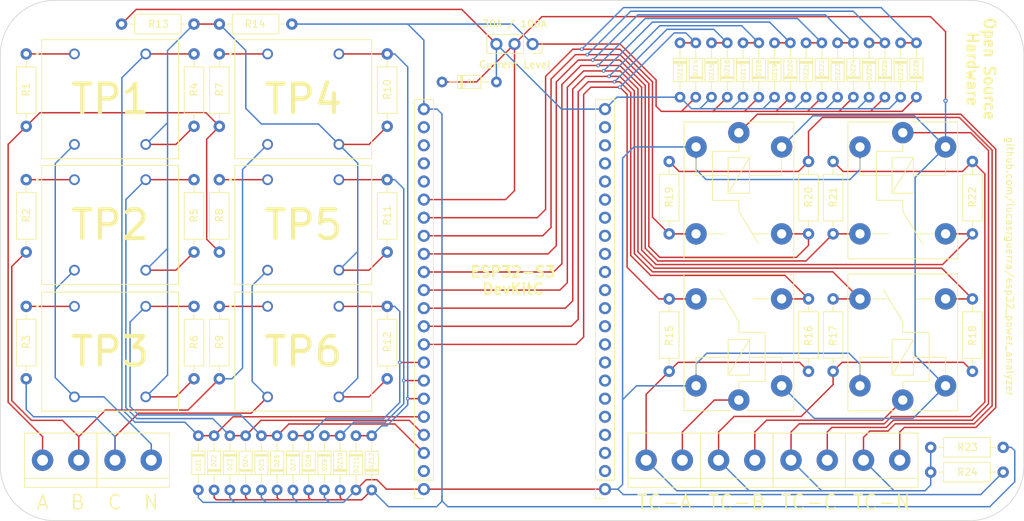
<source format=kicad_pcb>
(kicad_pcb (version 20221018) (generator pcbnew)
  (layers (0 "F.Cu" signal) (31 "B.Cu" signal) (34 "B.Paste" user) (35 "F.Paste" user) (36 "B.SilkS" user "B.Silkscreen") (37 "F.SilkS" user "F.Silkscreen") (38 "B.Mask" user) (39 "F.Mask" user) (44 "Edge.Cuts" user))
  (net 0 "")
  (net 1 "Line_AC_Wave")
  (net 2 "GND")
  (net 3 "VCC")
  (net 4 "Line_BC_Wave")
  (net 5 "Line_AB_Wave")
  (net 6 "Line_C_Wave")
  (net 7 "Line_B_Wave")
  (net 8 "Line_A_Wave")
  (net 9 "Current_A_30A")
  (net 10 "Current_A_100A")
  (net 11 "Current_B_30A")
  (net 12 "Current_B_100A")
  (net 13 "Current_N_300A")
  (net 14 "Current_N_90A")
  (net 15 "Current_C_30A")
  (net 16 "Current_C_100A")
  (net 17 "Line_B")
  (net 18 "Line_A")
  (net 19 "Neutral")
  (net 20 "Line_C")
  (net 21 "Current_A")
  (net 22 "V_Ref_Current")
  (net 23 "Current_B")
  (net 24 "Current_C")
  (net 25 "Current_N")
  (net 26 "Select_Current")
  (net 27 "Line_A_Load")
  (net 28 "Line_B_Load")
  (net 29 "Line_C_Load")
  (net 30 "Line_AB_Load")
  (net 31 "Line_BC_Load")
  (net 32 "Line_AC_Load")
  (net 33 "V_Ref_Voltage")
  (footprint "Resistor_THT:R_Axial_DIN0207_L6.3mm_D2.5mm_P10.16mm_Horizontal" (layer "F.Cu") (at 138.232 81.272 -90)
    (fp_text reference "R15")
    (fp_text value "R_Axial_DIN0207_L6.3mm_D2.5mm_P10.16mm_Horizontal" hide)
  )
  (footprint "Diode_THT:D_DO-34_SOD68_P7.62mm_Horizontal" (layer "F.Cu") (at 85.471001 100.472401 -90)
    (fp_text reference "DZ7")
    (fp_text value "3.3v" hide)
  )
  (footprint "Diode_THT:D_DO-34_SOD68_P7.62mm_Horizontal" (layer "F.Cu") (at 148.59 45.334 -90)
    (fp_text reference "DZ17")
    (fp_text value "3.3v" hide)
  )
  (footprint "Diode_THT:D_DO-34_SOD68_P7.62mm_Horizontal" (layer "F.Cu") (at 81.051401 100.472401 -90)
    (fp_text reference "DZ5")
    (fp_text value "3.3v" hide)
  )
  (footprint "Resistor_THT:R_Axial_DIN0207_L6.3mm_D2.5mm_P10.16mm_Horizontal" (layer "F.Cu") (at 174.9044 102.108)
    (fp_text reference "R23")
    (fp_text value "R_Axial_DIN0207_L6.3mm_D2.5mm_P10.16mm_Horizontal" hide)
  )
  (footprint "Diode_THT:D_DO-34_SOD68_P7.62mm_Horizontal" (layer "F.Cu") (at 72.212201 100.472401 -90)
    (fp_text reference "DZ1")
    (fp_text value "3.3v" hide)
  )
  (footprint "TerminalBlock:TerminalBlock_bornier-2_P5.08mm" (layer "F.Cu") (at 50.3682 103.9114)
    (fp_text reference "ST1" hide)
    (fp_text value "WJ127-5.0-2P" hide)
  )
  (footprint "Resistor_THT:R_Axial_DIN0207_L6.3mm_D2.5mm_P10.16mm_Horizontal" (layer "F.Cu") (at 161.219 72.144 90)
    (fp_text reference "R21")
    (fp_text value "R_Axial_DIN0207_L6.3mm_D2.5mm_P10.16mm_Horizontal" hide)
  )
  (footprint "Resistor_THT:R_Axial_DIN0207_L6.3mm_D2.5mm_P10.16mm_Horizontal" (layer "F.Cu") (at 161.219 81.272 -90)
    (fp_text reference "R17")
    (fp_text value "R_Axial_DIN0207_L6.3mm_D2.5mm_P10.16mm_Horizontal" hide)
  )
  (footprint "Diode_THT:D_DO-34_SOD68_P7.62mm_Horizontal" (layer "F.Cu") (at 157.4292 45.334 -90)
    (fp_text reference "DZ21")
    (fp_text value "3.3v" hide)
  )
  (footprint "Diode_THT:D_DO-34_SOD68_P7.62mm_Horizontal" (layer "F.Cu") (at 150.7998 52.954 90)
    (fp_text reference "DZ18")
    (fp_text value "3.3v" hide)
  )
  (footprint "SnapEDA Library:XFMR_ZMPT101B" (layer "F.Cu") (at 86.923401 53.238401)
    (fp_text reference "TP4")
    (fp_text value "ZMPT101B" hide)
  )
  (footprint "Diode_THT:D_DO-34_SOD68_P7.62mm_Horizontal" (layer "F.Cu") (at 106.385 50.8254)
    (fp_text reference "D1")
    (fp_text value "1N4007" hide)
  )
  (footprint "Diode_THT:D_DO-34_SOD68_P7.62mm_Horizontal" (layer "F.Cu") (at 92.100401 108.092401 90)
    (fp_text reference "DZ10")
    (fp_text value "3.3v" hide)
  )
  (footprint "Diode_THT:D_DO-34_SOD68_P7.62mm_Horizontal" (layer "F.Cu") (at 146.3802 52.954 90)
    (fp_text reference "DZ16")
    (fp_text value "3.3v" hide)
  )
  (footprint "Relay_THT:Relay_SPDT_Finder_36.11" (layer "F.Cu") (at 148.0002 95.472 90)
    (fp_text reference "K1" hide)
    (fp_text value "FINDER-36.11" hide)
  )
  (footprint "TerminalBlock:TerminalBlock_bornier-2_P5.08mm" (layer "F.Cu") (at 155.321 103.9114)
    (fp_text reference "ST1" hide)
    (fp_text value "WJ127-5.0-2P" hide)
  )
  (footprint "Diode_THT:D_DO-34_SOD68_P7.62mm_Horizontal" (layer "F.Cu") (at 78.841601 108.092401 90)
    (fp_text reference "DZ4")
    (fp_text value "3.3v" hide)
  )
  (footprint "Resistor_THT:R_Axial_DIN0207_L6.3mm_D2.5mm_P10.16mm_Horizontal" (layer "F.Cu") (at 180.7554 81.272 -90)
    (fp_text reference "R18")
    (fp_text value "R_Axial_DIN0207_L6.3mm_D2.5mm_P10.16mm_Horizontal" hide)
  )
  (footprint "Resistor_THT:R_Axial_DIN0207_L6.3mm_D2.5mm_P10.16mm_Horizontal" (layer "F.Cu") (at 157.7684 81.272 -90)
    (fp_text reference "R16")
    (fp_text value "R_Axial_DIN0207_L6.3mm_D2.5mm_P10.16mm_Horizontal" hide)
  )
  (footprint "SnapEDA Library:XFMR_ZMPT101B" (layer "F.Cu") (at 86.923401 88.671401)
    (fp_text reference "TP6")
    (fp_text value "ZMPT101B" hide)
  )
  (footprint "Diode_THT:D_DO-34_SOD68_P7.62mm_Horizontal" (layer "F.Cu") (at 166.2684 45.334 -90)
    (fp_text reference "DZ25")
    (fp_text value "3.3v" hide)
  )
  (footprint "Resistor_THT:R_Axial_DIN0207_L6.3mm_D2.5mm_P10.16mm_Horizontal" (layer "F.Cu") (at 75.158601 57.048401 90)
    (fp_text reference "R7")
    (fp_text value "R_Axial_DIN0207_L6.3mm_D2.5mm_P10.16mm_Horizontal" hide)
  )
  (footprint "Resistor_THT:R_Axial_DIN0207_L6.3mm_D2.5mm_P10.16mm_Horizontal" (layer "F.Cu") (at 71.607201 92.481401 90)
    (fp_text reference "R6")
    (fp_text value "R_Axial_DIN0207_L6.3mm_D2.5mm_P10.16mm_Horizontal" hide)
  )
  (footprint "Diode_THT:D_DO-34_SOD68_P7.62mm_Horizontal" (layer "F.Cu") (at 74.422001 108.092401 90)
    (fp_text reference "DZ2")
    (fp_text value "3.3v" hide)
  )
  (footprint "Diode_THT:D_DO-34_SOD68_P7.62mm_Horizontal" (layer "F.Cu") (at 155.2194 52.954 90)
    (fp_text reference "DZ20")
    (fp_text value "3.3v" hide)
  )
  (footprint "Resistor_THT:R_Axial_DIN0207_L6.3mm_D2.5mm_P10.16mm_Horizontal" (layer "F.Cu") (at 157.7684 72.144 90)
    (fp_text reference "R20")
    (fp_text value "R_Axial_DIN0207_L6.3mm_D2.5mm_P10.16mm_Horizontal" hide)
  )
  (footprint "Diode_THT:D_DO-34_SOD68_P7.62mm_Horizontal" (layer "F.Cu") (at 170.688 45.334 -90)
    (fp_text reference "DZ27")
    (fp_text value "3.3v" hide)
  )
  (footprint "Resistor_THT:R_Axial_DIN0207_L6.3mm_D2.5mm_P10.16mm_Horizontal" (layer "F.Cu") (at 180.7554 72.144 90)
    (fp_text reference "R22")
    (fp_text value "R_Axial_DIN0207_L6.3mm_D2.5mm_P10.16mm_Horizontal" hide)
  )
  (footprint "Diode_THT:D_DO-34_SOD68_P7.62mm_Horizontal" (layer "F.Cu") (at 87.680801 108.092401 90)
    (fp_text reference "DZ8")
    (fp_text value "3.3v" hide)
  )
  (footprint "Resistor_THT:R_Axial_DIN0207_L6.3mm_D2.5mm_P10.16mm_Horizontal" (layer "F.Cu") (at 98.691601 57.048401 90)
    (fp_text reference "R10")
    (fp_text value "R_Axial_DIN0207_L6.3mm_D2.5mm_P10.16mm_Horizontal" hide)
  )
  (footprint "Diode_THT:D_DO-34_SOD68_P7.62mm_Horizontal" (layer "F.Cu") (at 141.9606 52.954 90)
    (fp_text reference "DZ14")
    (fp_text value "3.3v" hide)
  )
  (footprint "TerminalBlock:TerminalBlock_bornier-2_P5.08mm" (layer "F.Cu") (at 165.481 103.9114)
    (fp_text reference "ST1" hide)
    (fp_text value "WJ127-5.0-2P" hide)
  )
  (footprint "Resistor_THT:R_Axial_DIN0207_L6.3mm_D2.5mm_P10.16mm_Horizontal" (layer "F.Cu") (at 48.074201 74.701401 90)
    (fp_text reference "R2")
    (fp_text value "R_Axial_DIN0207_L6.3mm_D2.5mm_P10.16mm_Horizontal" hide)
  )
  (footprint "Connector_PinSocket_2.54mm:PinSocket_1x22_P2.54mm_Vertical" (layer "F.Cu") (at 129.235201 107.975401 180)
    (fp_text reference "ESP32-S3_BACK1" hide)
    (fp_text value "Conn_01x22_Socket" hide)
  )
  (footprint "Diode_THT:D_DO-34_SOD68_P7.62mm_Horizontal" (layer "F.Cu") (at 172.8978 52.954 90)
    (fp_text reference "DZ28")
    (fp_text value "3.3v" hide)
  )
  (footprint "Resistor_THT:R_Axial_DIN0207_L6.3mm_D2.5mm_P10.16mm_Horizontal" (layer "F.Cu") (at 85.324201 42.697401 180)
    (fp_text reference "R14")
    (fp_text value "R_Axial_DIN0207_L6.3mm_D2.5mm_P10.16mm_Horizontal" hide)
  )
  (footprint "Resistor_THT:R_Axial_DIN0207_L6.3mm_D2.5mm_P10.16mm_Horizontal" (layer "F.Cu") (at 138.232 72.144 90)
    (fp_text reference "R19")
    (fp_text value "R_Axial_DIN0207_L6.3mm_D2.5mm_P10.16mm_Horizontal" hide)
  )
  (footprint "Diode_THT:D_DO-34_SOD68_P7.62mm_Horizontal" (layer "F.Cu") (at 139.7508 45.334 -90)
    (fp_text reference "DZ13")
    (fp_text value "3.3v" hide)
  )
  (footprint "SnapEDA Library:XFMR_ZMPT101B" (layer "F.Cu") (at 59.839001 70.891401)
    (fp_text reference "TP2")
    (fp_text value "ZMPT101B" hide)
  )
  (footprint "TerminalBlock:TerminalBlock_bornier-2_P5.08mm" (layer "F.Cu") (at 135.001 103.9114)
    (fp_text reference "ST1" hide)
    (fp_text value "WJ127-5.0-2P" hide)
  )
  (footprint "Relay_THT:Relay_SPDT_Finder_36.11" (layer "F.Cu") (at 170.9872 95.472 90)
    (fp_text reference "K1" hide)
    (fp_text value "FINDER-36.11" hide)
  )
  (footprint "Resistor_THT:R_Axial_DIN0207_L6.3mm_D2.5mm_P10.16mm_Horizontal" (layer "F.Cu") (at 75.158601 92.481401 90)
    (fp_text reference "R9")
    (fp_text value "R_Axial_DIN0207_L6.3mm_D2.5mm_P10.16mm_Horizontal" hide)
  )
  (footprint "Resistor_THT:R_Axial_DIN0207_L6.3mm_D2.5mm_P10.16mm_Horizontal" (layer "F.Cu") (at 174.9044 105.5878)
    (fp_text reference "R24")
    (fp_text value "R_Axial_DIN0207_L6.3mm_D2.5mm_P10.16mm_Horizontal" hide)
  )
  (footprint "Resistor_THT:R_Axial_DIN0207_L6.3mm_D2.5mm_P10.16mm_Horizontal" (layer "F.Cu") (at 75.158601 74.701401 90)
    (fp_text reference "R8")
    (fp_text value "R_Axial_DIN0207_L6.3mm_D2.5mm_P10.16mm_Horizontal" hide)
  )
  (footprint "Resistor_THT:R_Axial_DIN0207_L6.3mm_D2.5mm_P10.16mm_Horizontal" (layer "F.Cu") (at 98.691601 92.481401 90)
    (fp_text reference "R12")
    (fp_text value "R_Axial_DIN0207_L6.3mm_D2.5mm_P10.16mm_Horizontal" hide)
  )
  (footprint "Diode_THT:D_DO-34_SOD68_P7.62mm_Horizontal" (layer "F.Cu") (at 168.4782 52.954 90)
    (fp_text reference "DZ26")
    (fp_text value "3.3v" hide)
  )
  (footprint "Diode_THT:D_DO-34_SOD68_P7.62mm_Horizontal" (layer "F.Cu") (at 94.310201 100.472401 -90)
    (fp_text reference "DZ11")
    (fp_text value "3.3v" hide)
  )
  (footprint "Diode_THT:D_DO-34_SOD68_P7.62mm_Horizontal" (layer "F.Cu") (at 164.0586 52.954 90)
    (fp_text reference "DZ24")
    (fp_text value "3.3v" hide)
  )
  (footprint "Resistor_THT:R_Axial_DIN0207_L6.3mm_D2.5mm_P10.16mm_Horizontal" (layer "F.Cu") (at 61.443201 42.697401)
    (fp_text reference "R13")
    (fp_text value "R_Axial_DIN0207_L6.3mm_D2.5mm_P10.16mm_Horizontal" hide)
  )
  (footprint "Resistor_THT:R_Axial_DIN0207_L6.3mm_D2.5mm_P10.16mm_Horizontal" (layer "F.Cu") (at 98.691601 74.701401 90)
    (fp_text reference "R11")
    (fp_text value "R_Axial_DIN0207_L6.3mm_D2.5mm_P10.16mm_Horizontal" hide)
  )
  (footprint "Diode_THT:D_DO-34_SOD68_P7.62mm_Horizontal" (layer "F.Cu") (at 144.1704 45.334 -90)
    (fp_text reference "DZ15")
    (fp_text value "3.3v" hide)
  )
  (footprint "Diode_THT:D_DO-34_SOD68_P7.62mm_Horizontal" (layer "F.Cu") (at 153.0096 45.334 -90)
    (fp_text reference "DZ19")
    (fp_text value "3.3v" hide)
  )
  (footprint "Diode_THT:D_DO-34_SOD68_P7.62mm_Horizontal" (layer "F.Cu") (at 83.261201 108.092401 90)
    (fp_text reference "DZ6")
    (fp_text value "3.3v" hide)
  )
  (footprint "Diode_THT:D_DO-34_SOD68_P7.62mm_Horizontal" (layer "F.Cu") (at 161.8488 45.334 -90)
    (fp_text reference "DZ23")
    (fp_text value "3.3v" hide)
  )
  (footprint "Diode_THT:D_DO-34_SOD68_P7.62mm_Horizontal" (layer "F.Cu") (at 159.639 52.954 90)
    (fp_text reference "DZ22")
    (fp_text value "3.3v" hide)
  )
  (footprint "Relay_THT:Relay_SPDT_Finder_36.11" (layer "F.Cu") (at 170.9872 57.944 -90)
    (fp_text reference "K1" hide)
    (fp_text value "FINDER-36.11" hide)
  )
  (footprint "Diode_THT:D_DO-34_SOD68_P7.62mm_Horizontal" (layer "F.Cu") (at 76.631801 100.472401 -90)
    (fp_text reference "DZ3")
    (fp_text value "3.3v" hide)
  )
  (footprint "TerminalBlock:TerminalBlock_bornier-2_P5.08mm" (layer "F.Cu") (at 60.5282 103.9114)
    (fp_text reference "ST2" hide)
    (fp_text value "WJ127-5.0-2P" hide)
  )
  (footprint "Resistor_THT:R_Axial_DIN0207_L6.3mm_D2.5mm_P10.16mm_Horizontal" (layer "F.Cu") (at 48.074201 92.481401 90)
    (fp_text reference "R3")
    (fp_text value "R_Axial_DIN0207_L6.3mm_D2.5mm_P10.16mm_Horizontal" hide)
  )
  (footprint "TerminalBlock:TerminalBlock_bornier-2_P5.08mm" (layer "F.Cu") (at 145.161 103.9114)
    (fp_text reference "ST1" hide)
    (fp_text value "WJ127-5.0-2P" hide)
  )
  (footprint "Diode_THT:D_DO-34_SOD68_P7.62mm_Horizontal" (layer "F.Cu") (at 89.890601 100.472401 -90)
    (fp_text reference "DZ9")
    (fp_text value "3.3v" hide)
  )
  (footprint "Connector_PinSocket_2.54mm:PinSocket_1x03_P2.54mm_Vertical" (layer "F.Cu") (at 119.085 45.5 -90)
    (fp_text reference "SW1" hide)
    (fp_text value "TerminalBlock_bornier-2_P5.08mm" hide)
  )
  (footprint "Relay_THT:Relay_SPDT_Finder_36.11" (layer "F.Cu") (at 148.0002 57.944 -90)
    (fp_text reference "K1" hide)
    (fp_text value "FINDER-36.11" hide)
  )
  (footprint "Resistor_THT:R_Axial_DIN0207_L6.3mm_D2.5mm_P10.16mm_Horizontal" (layer "F.Cu") (at 48.074201 57.051401 90)
    (fp_text reference "R1")
    (fp_text value "R_Axial_DIN0207_L6.3mm_D2.5mm_P10.16mm_Horizontal" hide)
  )
  (footprint "Resistor_THT:R_Axial_DIN0207_L6.3mm_D2.5mm_P10.16mm_Horizontal" (layer "F.Cu") (at 71.607201 74.701401 90)
    (fp_text reference "R5")
    (fp_text value "R_Axial_DIN0207_L6.3mm_D2.5mm_P10.16mm_Horizontal" hide)
  )
  (footprint "Resistor_THT:R_Axial_DIN0207_L6.3mm_D2.5mm_P10.16mm_Horizontal" (layer "F.Cu") (at 71.607201 57.048401 90)
    (fp_text reference "R4")
    (fp_text value "R_Axial_DIN0207_L6.3mm_D2.5mm_P10.16mm_Horizontal" hide)
  )
  (footprint "SnapEDA Library:XFMR_ZMPT101B" (layer "F.Cu") (at 59.839001 88.671401)
    (fp_text reference "TP3")
    (fp_text value "ZMPT101B" hide)
  )
  (footprint "SnapEDA Library:XFMR_ZMPT101B" (layer "F.Cu") (at 86.923401 70.891401)
    (fp_text reference "TP5")
    (fp_text value "ZMPT101B" hide)
  )
  (footprint "Connector_PinSocket_2.54mm:PinSocket_1x22_P2.54mm_Vertical" (layer "F.Cu") (at 103.835201 107.975401 180)
    (fp_text reference "ESP32-S3_FRONT1" hide)
    (fp_text value "Conn_01x22_Socket" hide)
  )
  (footprint "SnapEDA Library:XFMR_ZMPT101B" (layer "F.Cu") (at 59.839001 53.238401)
    (fp_text reference "TP1")
    (fp_text value "ZMPT101B" hide)
  )
  (footprint "Diode_THT:D_DO-34_SOD68_P7.62mm_Horizontal" (layer "F.Cu") (at 96.520001 108.092401 90)
    (fp_text reference "DZ12")
    (fp_text value "3.3v" hide)
  )
  (gr_arc (start 187.959999 104.774999) (mid 185.728153 110.163153) (end 180.339999 112.394999) (stroke (width 0.1)) (layer "Edge.Cuts"))
  (gr_arc (start 180.34 39.370002) (mid 185.728153 41.601848) (end 187.96 46.990002) (stroke (width 0.1)) (layer "Edge.Cuts"))
  (gr_line (start 180.34 39.370002) (end 52.070001 39.37) (stroke (width 0.1)) (layer "Edge.Cuts"))
  (gr_line (start 187.96 46.990002) (end 187.959999 104.774999) (stroke (width 0.1)) (layer "Edge.Cuts"))
  (gr_line (start 44.450001 46.990001) (end 44.450002 104.774998) (stroke (width 0.1)) (layer "Edge.Cuts"))
  (gr_arc (start 52.070001 112.394998) (mid 46.681847 110.163152) (end 44.450002 104.774998) (stroke (width 0.1)) (layer "Edge.Cuts"))
  (gr_line (start 180.339999 112.394999) (end 52.070001 112.394998) (stroke (width 0.1)) (layer "Edge.Cuts"))
  (gr_arc (start 44.450001 46.990001) (mid 46.681847 41.601847) (end 52.070001 39.370001) (stroke (width 0.1)) (layer "Edge.Cuts"))
  (gr_text "github.com/lucasrguerra/esp32_power_analyzer" (at 185.42 76.708 270) (layer "F.SilkS") (effects (font (size 1 1)) (justify bottom)))
  (gr_text "ESP32-S3\nDevKitC" (at 116.332 80.772) (layer "F.SilkS") (effects (font (size 1.5 1.5) (thickness 0.3) bold) (justify bottom)))
  (gr_text "Open Source\nHardware" (at 179.8574 49.022 270) (layer "F.SilkS") (effects (font (size 1.5 1.5) (thickness 0.3) bold) (justify bottom)))
  (segment (start 89.890601 100.472401) (end 92.100401 100.472401) (width 0.2) (layer "F.Cu") (net 1))
  (segment (start 101.015801 92.735401) (end 103.835201 92.735401) (width 0.2) (layer "F.Cu") (net 1))
  (segment (start 91.923401 64.541401) (end 98.691601 64.541401) (width 0.2) (layer "F.Cu") (net 1))
  (via (at 101.015801 92.735401) (size 0.5) (drill 0.25) (layers "F.Cu" "B.Cu") (net 1))
  (segment (start 99.745801 64.541401) (end 101.015801 65.811401) (width 0.2) (layer "B.Cu") (net 1))
  (segment (start 101.015801 95.986601) (end 98.425001 98.577401) (width 0.2) (layer "B.Cu") (net 1))
  (segment (start 93.995401 98.577401) (end 92.100401 100.472401) (width 0.2) (layer "B.Cu") (net 1))
  (segment (start 98.691601 64.541401) (end 99.745801 64.541401) (width 0.2) (layer "B.Cu") (net 1))
  (segment (start 98.425001 98.577401) (end 93.995401 98.577401) (width 0.2) (layer "B.Cu") (net 1))
  (segment (start 101.015801 65.811401) (end 101.015801 95.986601) (width 0.2) (layer "B.Cu") (net 1))
  (segment (start 94.310201 108.092401) (end 95.748001 106.654601) (width 0.2) (layer "F.Cu") (net 2))
  (segment (start 103.835201 107.975401) (end 129.235201 107.975401) (width 0.2) (layer "F.Cu") (net 2))
  (segment (start 109.145 40.64) (end 114.005 45.5) (width 0.2) (layer "F.Cu") (net 2))
  (segment (start 98.577401 107.975401) (end 103.835201 107.975401) (width 0.2) (layer "F.Cu") (net 2))
  (segment (start 61.443201 42.697401) (end 63.500602 40.64) (width 0.2) (layer "F.Cu") (net 2))
  (segment (start 63.500602 40.64) (end 109.145 40.64) (width 0.2) (layer "F.Cu") (net 2))
  (segment (start 97.256601 106.654601) (end 98.577401 107.975401) (width 0.2) (layer "F.Cu") (net 2))
  (segment (start 95.748001 106.654601) (end 97.256601 106.654601) (width 0.2) (layer "F.Cu") (net 2))
  (segment (start 72.212201 109.169201) (end 72.872601 109.829601) (width 0.2) (layer "B.Cu") (net 2))
  (segment (start 160.2232 54.5796) (end 160.2232 54.5846) (width 0.2) (layer "B.Cu") (net 2))
  (segment (start 86.131401 109.829601) (end 90.551001 109.829601) (width 0.2) (layer "B.Cu") (net 2))
  (segment (start 148.59 52.954) (end 146.9644 54.5796) (width 0.2) (layer "B.Cu") (net 2))
  (segment (start 131.699 95.423) (end 131.699 61.5188) (width 0.2) (layer "B.Cu") (net 2))
  (segment (start 144.1704 52.954) (end 142.5448 54.5796) (width 0.2) (layer "B.Cu") (net 2))
  (segment (start 169.0574 54.5846) (end 170.688 52.954) (width 0.2) (layer "B.Cu") (net 2))
  (segment (start 155.8036 54.5846) (end 160.2232 54.5846) (width 0.2) (layer "B.Cu") (net 2))
  (segment (start 131.699 61.5188) (end 133.2738 59.944) (width 0.2) (layer "B.Cu") (net 2))
  (segment (start 181.9148 108.7374) (end 185.0644 105.5878) (width 0.2) (layer "B.Cu") (net 2))
  (segment (start 143.4084 64.516) (end 163.576 64.516) (width 0.2) (layer "B.Cu") (net 2))
  (segment (start 89.890601 109.169201) (end 90.551001 109.829601) (width 0.2) (layer "B.Cu") (net 2))
  (segment (start 76.631801 108.092401) (end 76.631801 109.169201) (width 0.2) (layer "B.Cu") (net 2))
  (segment (start 90.551001 109.829601) (end 92.573001 109.829601) (width 0.2) (layer "B.Cu") (net 2))
  (segment (start 81.711801 109.829601) (end 86.131401 109.829601) (width 0.2) (layer "B.Cu") (net 2))
  (segment (start 166.2684 52.954) (end 164.6378 54.5846) (width 0.2) (layer "B.Cu") (net 2))
  (segment (start 151.384 54.5846) (end 155.8036 54.5846) (width 0.2) (layer "B.Cu") (net 2))
  (segment (start 139.7508 52.954) (end 141.3814 54.5846) (width 0.2) (layer "B.Cu") (net 2))
  (segment (start 131.699 107.315) (end 131.699 95.423) (width 0.2) (layer "B.Cu") (net 2))
  (segment (start 85.471001 109.169201) (end 86.131401 109.829601) (width 0.2) (layer "B.Cu") (net 2))
  (segment (start 163.576 64.516) (end 164.9872 63.1048) (width 0.2) (layer "B.Cu") (net 2))
  (segment (start 131.800598 108.7374) (end 181.9148 108.7374) (width 0.2) (layer "B.Cu") (net 2))
  (segment (start 76.987401 109.829601) (end 81.711801 109.829601) (width 0.2) (layer "B.Cu") (net 2))
  (segment (start 164.9872 63.1048) (end 164.9872 59.944) (width 0.2) (layer "B.Cu") (net 2))
  (segment (start 72.872601 109.829601) (end 76.987401 109.829601) (width 0.2) (layer "B.Cu") (net 2))
  (segment (start 81.051401 108.092401) (end 81.051401 109.169201) (width 0.2) (layer "B.Cu") (net 2))
  (segment (start 133.65 93.472) (end 142.0002 93.472) (width 0.2) (layer "B.Cu") (net 2))
  (segment (start 157.4292 52.954) (end 155.8036 54.5796) (width 0.2) (layer "B.Cu") (net 2))
  (segment (start 142.5448 54.5846) (end 146.9644 54.5846) (width 0.2) (layer "B.Cu") (net 2))
  (segment (start 131.699 95.423) (end 133.65 93.472) (width 0.2) (layer "B.Cu") (net 2))
  (segment (start 142.0002 90.4098) (end 143.51 88.9) (width 0.2) (layer "B.Cu") (net 2))
  (segment (start 143.51 88.9) (end 163.449 88.9) (width 0.2) (layer "B.Cu") (net 2))
  (segment (start 85.471001 108.092401) (end 85.471001 109.169201) (width 0.2) (layer "B.Cu") (net 2))
  (segment (start 142.5448 54.5796) (end 142.5448 54.5846) (width 0.2) (layer "B.Cu") (net 2))
  (segment (start 129.235201 107.975401) (end 131.038599 107.975401) (width 0.2) (layer "B.Cu") (net 2))
  (segment (start 72.212201 108.092401) (end 72.212201 109.169201) (width 0.2) (layer "B.Cu") (net 2))
  (segment (start 89.890601 108.092401) (end 89.890601 109.169201) (width 0.2) (layer "B.Cu") (net 2))
  (segment (start 133.2738 59.944) (end 142.0002 59.944) (width 0.2) (layer "B.Cu") (net 2))
  (segment (start 153.0096 52.954) (end 151.384 54.5796) (width 0.2) (layer "B.Cu") (net 2))
  (segment (start 130.911602 52.959) (end 139.7458 52.959) (width 0.2) (layer "B.Cu") (net 2))
  (segment (start 142.0002 93.472) (end 142.0002 90.4098) (width 0.2) (layer "B.Cu") (net 2))
  (segment (start 114.005 50.8254) (end 114.005 45.5) (width 0.2) (layer "B.Cu") (net 2))
  (segment (start 146.9644 54.5846) (end 151.384 54.5846) (width 0.2) (layer "B.Cu") (net 2))
  (segment (start 131.038599 107.975401) (end 131.699 107.315) (width 0.2) (layer "B.Cu") (net 2))
  (segment (start 141.3814 54.5846) (end 142.5448 54.5846) (width 0.2) (layer "B.Cu") (net 2))
  (segment (start 151.384 54.5796) (end 151.384 54.5846) (width 0.2) (layer "B.Cu") (net 2))
  (segment (start 92.573001 109.829601) (end 94.310201 108.092401) (width 0.2) (layer "B.Cu") (net 2))
  (segment (start 160.2232 54.5846) (end 169.0574 54.5846) (width 0.2) (layer "B.Cu") (net 2))
  (segment (start 129.235201 54.635401) (end 130.911602 52.959) (width 0.2) (layer "B.Cu") (net 2))
  (segment (start 164.9872 90.4382) (end 164.9872 93.472) (width 0.2) (layer "B.Cu") (net 2))
  (segment (start 76.631801 109.169201) (end 77.292201 109.829601) (width 0.2) (layer "B.Cu") (net 2))
  (segment (start 155.8036 54.5796) (end 155.8036 54.5846) (width 0.2) (layer "B.Cu") (net 2))
  (segment (start 142.0002 59.944) (end 142.0002 63.1078) (width 0.2) (layer "B.Cu") (net 2))
  (segment (start 163.449 88.9) (end 164.9872 90.4382) (width 0.2) (layer "B.Cu") (net 2))
  (segment (start 131.038599 107.975401) (end 131.800598 108.7374) (width 0.2) (layer "B.Cu") (net 2))
  (segment (start 146.9644 54.5796) (end 146.9644 54.5846) (width 0.2) (layer "B.Cu") (net 2))
  (segment (start 114.005 45.5) (end 123.140401 54.635401) (width 0.2) (layer "B.Cu") (net 2))
  (segment (start 123.140401 54.635401) (end 129.235201 54.635401) (width 0.2) (layer "B.Cu") (net 2))
  (segment (start 142.0002 63.1078) (end 143.4084 64.516) (width 0.2) (layer "B.Cu") (net 2))
  (segment (start 161.8488 52.954) (end 160.2232 54.5796) (width 0.2) (layer "B.Cu") (net 2))
  (segment (start 81.051401 109.169201) (end 81.711801 109.829601) (width 0.2) (layer "B.Cu") (net 2))
  (segment (start 139.7458 52.959) (end 139.7508 52.954) (width 0.2) (layer "B.Cu") (net 2))
  (segment (start 119.085 45.5) (end 131.352 45.5) (width 0.2) (layer "F.Cu") (net 3))
  (segment (start 95.138401 109.474001) (end 96.520001 108.092401) (width 0.2) (layer "F.Cu") (net 3))
  (segment (start 168.4782 52.954) (end 166.4792 54.953) (width 0.2) (layer "F.Cu") (net 3))
  (segment (start 172.8978 52.954) (end 170.8988 54.953) (width 0.2) (layer "F.Cu") (net 3))
  (segment (start 150.7998 52.954) (end 148.8008 54.953) (width 0.2) (layer "F.Cu") (net 3))
  (segment (start 78.841601 108.092401) (end 78.841601 109.169201) (width 0.2) (layer "F.Cu") (net 3))
  (segment (start 83.566001 109.474001) (end 87.985601 109.474001) (width 0.2) (layer "F.Cu") (net 3))
  (segment (start 153.2204 54.953) (end 153.2128 54.953) (width 0.2) (layer "F.Cu") (net 3))
  (segment (start 162.0596 54.953) (end 162.052 54.953) (width 0.2) (layer "F.Cu") (net 3))
  (segment (start 146.3802 52.954) (end 144.3812 54.953) (width 0.2) (layer "F.Cu") (net 3))
  (segment (start 144.3736 54.953) (end 139.954 54.953) (width 0.2) (layer "F.Cu") (net 3))
  (segment (start 92.405201 109.474001) (end 95.138401 109.474001) (width 0.2) (layer "F.Cu") (net 3))
  (segment (start 159.639 52.954) (end 157.64 54.953) (width 0.2) (layer "F.Cu") (net 3))
  (segment (start 137.122 54.953) (end 139.954 54.953) (width 0.2) (layer "F.Cu") (net 3))
  (segment (start 136.398 50.546) (end 136.398 54.229) (width 0.2) (layer "F.Cu") (net 3))
  (segment (start 87.680801 109.169201) (end 87.985601 109.474001) (width 0.2) (layer "F.Cu") (net 3))
  (segment (start 87.985601 109.474001) (end 92.405201 109.474001) (width 0.2) (layer "F.Cu") (net 3))
  (segment (start 79.146401 109.474001) (end 83.566001 109.474001) (width 0.2) (layer "F.Cu") (net 3))
  (segment (start 87.680801 108.092401) (end 87.680801 109.169201) (width 0.2) (layer "F.Cu") (net 3))
  (segment (start 74.422001 109.169201) (end 74.726801 109.474001) (width 0.2) (layer "F.Cu") (net 3))
  (segment (start 155.2194 52.954) (end 153.2204 54.953) (width 0.2) (layer "F.Cu") (net 3))
  (segment (start 83.261201 108.092401) (end 83.261201 109.169201) (width 0.2) (layer "F.Cu") (net 3))
  (segment (start 157.6324 54.953) (end 153.2128 54.953) (width 0.2) (layer "F.Cu") (net 3))
  (segment (start 92.100401 108.092401) (end 92.100401 109.169201) (width 0.2) (layer "F.Cu") (net 3))
  (segment (start 131.352 45.5) (end 136.398 50.546) (width 0.2) (layer "F.Cu") (net 3))
  (segment (start 74.726801 109.474001) (end 79.146401 109.474001) (width 0.2) (layer "F.Cu") (net 3))
  (segment (start 153.2128 54.953) (end 148.7932 54.953) (width 0.2) (layer "F.Cu") (net 3))
  (segment (start 164.0586 52.954) (end 162.0596 54.953) (width 0.2) (layer "F.Cu") (net 3))
  (segment (start 78.841601 109.169201) (end 79.146401 109.474001) (width 0.2) (layer "F.Cu") (net 3))
  (segment (start 166.2176 54.953) (end 162.052 54.953) (width 0.2) (layer "F.Cu") (net 3))
  (segment (start 136.398 54.229) (end 137.122 54.953) (width 0.2) (layer "F.Cu") (net 3))
  (segment (start 92.100401 109.169201) (end 92.405201 109.474001) (width 0.2) (layer "F.Cu") (net 3))
  (segment (start 148.8008 54.953) (end 148.7932 54.953) (width 0.2) (layer "F.Cu") (net 3))
  (segment (start 144.3812 54.953) (end 144.3736 54.953) (width 0.2) (layer "F.Cu") (net 3))
  (segment (start 148.7932 54.953) (end 144.3736 54.953) (width 0.2) (layer "F.Cu") (net 3))
  (segment (start 157.64 54.953) (end 157.6324 54.953) (width 0.2) (layer "F.Cu") (net 3))
  (segment (start 139.9616 54.953) (end 139.954 54.953) (width 0.2) (layer "F.Cu") (net 3))
  (segment (start 83.261201 109.169201) (end 83.566001 109.474001) (width 0.2) (layer "F.Cu") (net 3))
  (segment (start 170.8988 54.953) (end 166.2176 54.953) (width 0.2) (layer "F.Cu") (net 3))
  (segment (start 162.052 54.953) (end 157.6324 54.953) (width 0.2) (layer "F.Cu") (net 3))
  (segment (start 141.9606 52.954) (end 139.9616 54.953) (width 0.2) (layer "F.Cu") (net 3))
  (segment (start 74.422001 108.092401) (end 74.422001 109.169201) (width 0.2) (layer "F.Cu") (net 3))
  (segment (start 106.375201 108.940601) (end 106.375201 109.677199) (width 0.2) (layer "B.Cu") (net 3))
  (segment (start 98.8668 110.4392) (end 96.520001 108.092401) (width 0.2) (layer "B.Cu") (net 3))
  (segment (start 186.69 106.934) (end 186.69 102.5906) (width 0.2) (layer "B.Cu") (net 3))
  (segment (start 186.2074 102.108) (end 185.0644 102.108) (width 0.2) (layer "B.Cu") (net 3))
  (segment (start 107.188 110.4392) (end 183.1848 110.4392) (width 0.2) (layer "B.Cu") (net 3))
  (segment (start 106.375201 109.626401) (end 107.188 110.4392) (width 0.2) (layer "B.Cu") (net 3))
  (segment (start 106.375201 108.940601) (end 106.375201 109.626401) (width 0.2) (layer "B.Cu") (net 3))
  (segment (start 116.282401 42.697401) (end 101.574602 42.697401) (width 0.2) (layer "B.Cu") (net 3))
  (segment (start 106.375201 55.321201) (end 106.375201 108.940601) (width 0.2) (layer "B.Cu") (net 3))
  (segment (start 101.574602 42.697401) (end 85.324201 42.697401) (width 0.2) (layer "B.Cu") (net 3))
  (segment (start 119.085 45.5) (end 116.282401 42.697401) (width 0.2) (layer "B.Cu") (net 3))
  (segment (start 103.835201 44.958) (end 101.574602 42.697401) (width 0.2) (layer "B.Cu") (net 3))
  (segment (start 106.375201 109.677199) (end 105.6132 110.4392) (width 0.2) (layer "B.Cu") (net 3))
  (segment (start 183.1848 110.4392) (end 186.69 106.934) (width 0.2) (layer "B.Cu") (net 3))
  (segment (start 103.835201 54.635401) (end 103.835201 44.958) (width 0.2) (layer "B.Cu") (net 3))
  (segment (start 103.835201 54.635401) (end 105.689401 54.635401) (width 0.2) (layer "B.Cu") (net 3))
  (segment (start 186.69 102.5906) (end 186.2074 102.108) (width 0.2) (layer "B.Cu") (net 3))
  (segment (start 105.6132 110.4392) (end 98.8668 110.4392) (width 0.2) (layer "B.Cu") (net 3))
  (segment (start 105.689401 54.635401) (end 106.375201 55.321201) (width 0.2) (layer "B.Cu") (net 3))
  (segment (start 91.923401 82.321401) (end 98.691601 82.321401) (width 0.2) (layer "F.Cu") (net 4))
  (segment (start 100.457001 90.195401) (end 103.835201 90.195401) (width 0.2) (layer "F.Cu") (net 4))
  (segment (start 85.471001 100.472401) (end 87.680801 100.472401) (width 0.2) (layer "F.Cu") (net 4))
  (via (at 100.457001 90.195401) (size 0.5) (drill 0.25) (layers "F.Cu" "B.Cu") (net 4))
  (segment (start 100.457001 95.808801) (end 98.196401 98.069401) (width 0.2) (layer "B.Cu") (net 4))
  (segment (start 99.745801 82.321401) (end 100.457001 83.032601) (width 0.2) (layer "B.Cu") (net 4))
  (segment (start 98.691601 82.321401) (end 99.745801 82.321401) (width 0.2) (layer "B.Cu") (net 4))
  (segment (start 90.083801 98.069401) (end 87.680801 100.472401) (width 0.2) (layer "B.Cu") (net 4))
  (segment (start 98.196401 98.069401) (end 90.083801 98.069401) (width 0.2) (layer "B.Cu") (net 4))
  (segment (start 100.457001 83.032601) (end 100.457001 95.808801) (width 0.2) (layer "B.Cu") (net 4))
  (segment (start 94.310201 100.472401) (end 96.520001 100.472401) (width 0.2) (layer "F.Cu") (net 5))
  (segment (start 101.574601 95.275401) (end 103.835201 95.275401) (width 0.2) (layer "F.Cu") (net 5))
  (segment (start 91.923401 46.888401) (end 98.691601 46.888401) (width 0.2) (layer "F.Cu") (net 5))
  (via (at 101.574601 95.275401) (size 0.5) (drill 0.25) (layers "F.Cu" "B.Cu") (net 5))
  (segment (start 96.520001 100.472401) (end 97.907001 99.085401) (width 0.2) (layer "B.Cu") (net 5))
  (segment (start 101.574601 48.717201) (end 99.745801 46.888401) (width 0.2) (layer "B.Cu") (net 5))
  (segment (start 98.641973 99.085401) (end 101.574601 96.152773) (width 0.2) (layer "B.Cu") (net 5))
  (segment (start 97.907001 99.085401) (end 98.641973 99.085401) (width 0.2) (layer "B.Cu") (net 5))
  (segment (start 99.745801 46.888401) (end 98.691601 46.888401) (width 0.2) (layer "B.Cu") (net 5))
  (segment (start 101.574601 96.152773) (end 101.574601 48.717201) (width 0.2) (layer "B.Cu") (net 5))
  (segment (start 64.839001 82.321401) (end 71.607201 82.321401) (width 0.2) (layer "F.Cu") (net 6))
  (segment (start 81.051401 100.472401) (end 83.261201 100.472401) (width 0.2) (layer "F.Cu") (net 6))
  (segment (start 84.902201 98.831401) (end 99.771201 98.831401) (width 0.2) (layer "F.Cu") (net 6))
  (segment (start 83.261201 100.472401) (end 84.902201 98.831401) (width 0.2) (layer "F.Cu") (net 6))
  (segment (start 99.771201 98.831401) (end 103.835201 102.895401) (width 0.2) (layer "F.Cu") (net 6))
  (segment (start 63.830201 97.561401) (end 62.636401 96.367601) (width 0.2) (layer "B.Cu") (net 6))
  (segment (start 78.140401 97.561401) (end 63.830201 97.561401) (width 0.2) (layer "B.Cu") (net 6))
  (segment (start 62.636401 84.524001) (end 64.839001 82.321401) (width 0.2) (layer "B.Cu") (net 6))
  (segment (start 62.636401 96.367601) (end 62.636401 84.524001) (width 0.2) (layer "B.Cu") (net 6))
  (segment (start 81.051401 100.472401) (end 78.140401 97.561401) (width 0.2) (layer "B.Cu") (net 6))
  (segment (start 76.631801 100.472401) (end 78.841601 100.472401) (width 0.2) (layer "F.Cu") (net 7))
  (segment (start 80.990601 98.323401) (end 101.803201 98.323401) (width 0.2) (layer "F.Cu") (net 7))
  (segment (start 101.803201 98.323401) (end 103.835201 100.355401) (width 0.2) (layer "F.Cu") (net 7))
  (segment (start 78.841601 100.472401) (end 80.990601 98.323401) (width 0.2) (layer "F.Cu") (net 7))
  (segment (start 71.607201 64.541401) (end 64.839001 64.541401) (width 0.2) (layer "F.Cu") (net 7))
  (segment (start 62.052201 96.545401) (end 62.052201 67.328201) (width 0.2) (layer "B.Cu") (net 7))
  (segment (start 62.052201 67.328201) (end 64.839001 64.541401) (width 0.2) (layer "B.Cu") (net 7))
  (segment (start 76.631801 100.472401) (end 74.228801 98.069401) (width 0.2) (layer "B.Cu") (net 7))
  (segment (start 74.228801 98.069401) (end 63.576201 98.069401) (width 0.2) (layer "B.Cu") (net 7))
  (segment (start 63.576201 98.069401) (end 62.052201 96.545401) (width 0.2) (layer "B.Cu") (net 7))
  (segment (start 77.079001 97.815401) (end 103.835201 97.815401) (width 0.2) (layer "F.Cu") (net 8))
  (segment (start 72.212201 100.472401) (end 74.422001 100.472401) (width 0.2) (layer "F.Cu") (net 8))
  (segment (start 74.422001 100.472401) (end 77.079001 97.815401) (width 0.2) (layer "F.Cu") (net 8))
  (segment (start 64.839001 46.888401) (end 71.607201 46.888401) (width 0.2) (layer "F.Cu") (net 8))
  (segment (start 61.493401 96.748601) (end 63.322201 98.577401) (width 0.2) (layer "B.Cu") (net 8))
  (segment (start 70.317201 98.577401) (end 72.212201 100.472401) (width 0.2) (layer "B.Cu") (net 8))
  (segment (start 61.493401 50.234001) (end 61.493401 96.748601) (width 0.2) (layer "B.Cu") (net 8))
  (segment (start 64.839001 46.888401) (end 61.493401 50.234001) (width 0.2) (layer "B.Cu") (net 8))
  (segment (start 72.222201 100.482401) (end 72.212201 100.472401) (width 0.2) (layer "B.Cu") (net 8))
  (segment (start 63.322201 98.577401) (end 70.317201 98.577401) (width 0.2) (layer "B.Cu") (net 8))
  (segment (start 154.4744 77.978) (end 135.636 77.978) (width 0.2) (layer "F.Cu") (net 9))
  (segment (start 135.636 77.978) (end 132.842 75.184) (width 0.2) (layer "F.Cu") (net 9))
  (segment (start 126.873 50.8) (end 125.476 52.197) (width 0.2) (layer "F.Cu") (net 9))
  (segment (start 157.7684 81.272) (end 154.4744 77.978) (width 0.2) (layer "F.Cu") (net 9))
  (segment (start 131.318 50.8) (end 126.873 50.8) (width 0.2) (layer "F.Cu") (net 9))
  (segment (start 125.476 84.1375) (end 124.498099 85.115401) (width 0.2) (layer "F.Cu") (net 9))
  (segment (start 125.476 52.197) (end 125.476 84.1375) (width 0.2) (layer "F.Cu") (net 9))
  (segment (start 124.498099 85.115401) (end 103.835201 85.115401) (width 0.2) (layer "F.Cu") (net 9))
  (segment (start 132.842 75.184) (end 132.842 52.324) (width 0.2) (layer "F.Cu") (net 9))
  (segment (start 154.0002 81.272) (end 157.7684 81.272) (width 0.2) (layer "F.Cu") (net 9))
  (segment (start 144.1704 45.334) (end 146.3802 45.334) (width 0.2) (layer "F.Cu") (net 9))
  (segment (start 132.842 52.324) (end 131.318 50.8) (width 0.2) (layer "F.Cu") (net 9))
  (via (at 130.556 50.8) (size 0.5) (drill 0.25) (layers "F.Cu" "B.Cu") (net 9))
  (segment (start 137.922 43.434) (end 144.4802 43.434) (width 0.2) (layer "B.Cu") (net 9))
  (segment (start 144.4802 43.434) (end 146.3802 45.334) (width 0.2) (layer "B.Cu") (net 9))
  (segment (start 130.556 50.8) (end 137.922 43.434) (width 0.2) (layer "B.Cu") (net 9))
  (segment (start 132.334 76.835) (end 136.771 81.272) (width 0.2) (layer "F.Cu") (net 10))
  (segment (start 126.238 52.578) (end 127.254 51.562) (width 0.2) (layer "F.Cu") (net 10))
  (segment (start 136.771 81.272) (end 138.232 81.272) (width 0.2) (layer "F.Cu") (net 10))
  (segment (start 142.0002 81.272) (end 138.232 81.272) (width 0.2) (layer "F.Cu") (net 10))
  (segment (start 125.196599 87.655401) (end 126.238 86.614) (width 0.2) (layer "F.Cu") (net 10))
  (segment (start 127.254 51.562) (end 131.318 51.562) (width 0.2) (layer "F.Cu") (net 10))
  (segment (start 131.318 51.562) (end 132.334 52.578) (width 0.2) (layer "F.Cu") (net 10))
  (segment (start 132.334 52.578) (end 132.334 76.835) (width 0.2) (layer "F.Cu") (net 10))
  (segment (start 139.7508 45.334) (end 141.9606 45.334) (width 0.2) (layer "F.Cu") (net 10))
  (segment (start 103.835201 87.655401) (end 125.196599 87.655401) (width 0.2) (layer "F.Cu") (net 10))
  (segment (start 126.238 86.614) (end 126.238 52.578) (width 0.2) (layer "F.Cu") (net 10))
  (via (at 131.310091 51.569909) (size 0.5) (drill 0.25) (layers "F.Cu" "B.Cu") (net 10))
  (segment (start 140.5686 43.942) (end 141.9606 45.334) (width 0.2) (layer "B.Cu") (net 10))
  (segment (start 138.938 43.942) (end 140.5686 43.942) (width 0.2) (layer "B.Cu") (net 10))
  (segment (start 131.310091 51.569909) (end 138.938 43.942) (width 0.2) (layer "B.Cu") (net 10))
  (segment (start 136.144 76.962) (end 133.858 74.676) (width 0.2) (layer "F.Cu") (net 11))
  (segment (start 123.952 51.562) (end 123.952 78.994) (width 0.2) (layer "F.Cu") (net 11))
  (segment (start 133.858 74.676) (end 133.858 51.787157) (width 0.2) (layer "F.Cu") (net 11))
  (segment (start 153.0096 45.334) (end 155.2194 45.334) (width 0.2) (layer "F.Cu") (net 11))
  (segment (start 133.858 51.787157) (end 131.346843 49.276) (width 0.2) (layer "F.Cu") (net 11))
  (segment (start 176.4454 76.962) (end 136.144 76.962) (width 0.2) (layer "F.Cu") (net 11))
  (segment (start 176.9872 81.272) (end 180.7554 81.272) (width 0.2) (layer "F.Cu") (net 11))
  (segment (start 126.238 49.276) (end 123.952 51.562) (width 0.2) (layer "F.Cu") (net 11))
  (segment (start 180.7554 81.272) (end 176.4454 76.962) (width 0.2) (layer "F.Cu") (net 11))
  (segment (start 131.346843 49.276) (end 126.238 49.276) (width 0.2) (layer "F.Cu") (net 11))
  (segment (start 122.910599 80.035401) (end 103.835201 80.035401) (width 0.2) (layer "F.Cu") (net 11))
  (segment (start 123.952 78.994) (end 122.910599 80.035401) (width 0.2) (layer "F.Cu") (net 11))
  (via (at 129.039909 49.268091) (size 0.5) (drill 0.25) (layers "F.Cu" "B.Cu") (net 11))
  (segment (start 135.89 42.418) (end 152.3034 42.418) (width 0.2) (layer "B.Cu") (net 11))
  (segment (start 152.3034 42.418) (end 155.2194 45.334) (width 0.2) (layer "B.Cu") (net 11))
  (segment (start 129.039909 49.268091) (end 135.89 42.418) (width 0.2) (layer "B.Cu") (net 11))
  (segment (start 124.714 51.816) (end 124.714 81.534) (width 0.2) (layer "F.Cu") (net 12))
  (segment (start 133.35 74.93) (end 133.35 52.07) (width 0.2) (layer "F.Cu") (net 12))
  (segment (start 124.714 81.534) (end 123.672599 82.575401) (width 0.2) (layer "F.Cu") (net 12))
  (segment (start 133.35 52.07) (end 131.318 50.038) (width 0.2) (layer "F.Cu") (net 12))
  (segment (start 148.59 45.334) (end 150.7998 45.334) (width 0.2) (layer "F.Cu") (net 12))
  (segment (start 161.1852 77.47) (end 135.89 77.47) (width 0.2) (layer "F.Cu") (net 12))
  (segment (start 135.89 77.47) (end 133.35 74.93) (width 0.2) (layer "F.Cu") (net 12))
  (segment (start 161.219 81.272) (end 164.9872 81.272) (width 0.2) (layer "F.Cu") (net 12))
  (segment (start 126.492 50.038) (end 124.714 51.816) (width 0.2) (layer "F.Cu") (net 12))
  (segment (start 164.9872 81.272) (end 161.1852 77.47) (width 0.2) (layer "F.Cu") (net 12))
  (segment (start 131.318 50.038) (end 126.492 50.038) (width 0.2) (layer "F.Cu") (net 12))
  (segment (start 123.672599 82.575401) (end 103.835201 82.575401) (width 0.2) (layer "F.Cu") (net 12))
  (via (at 129.794 50.038) (size 0.5) (drill 0.25) (layers "F.Cu" "B.Cu") (net 12))
  (segment (start 136.906 42.926) (end 148.3918 42.926) (width 0.2) (layer "B.Cu") (net 12))
  (segment (start 129.794 50.038) (end 136.906 42.926) (width 0.2) (layer "B.Cu") (net 12))
  (segment (start 148.3918 42.926) (end 150.7998 45.334) (width 0.2) (layer "B.Cu") (net 12))
  (segment (start 166.2684 45.334) (end 168.4782 45.334) (width 0.2) (layer "F.Cu") (net 13))
  (segment (start 157.7684 72.144) (end 157.7684 73.7526) (width 0.2) (layer "F.Cu") (net 13))
  (segment (start 125.095 46.99) (end 121.666 50.419) (width 0.2) (layer "F.Cu") (net 13))
  (segment (start 131.332422 46.99) (end 125.095 46.99) (width 0.2) (layer "F.Cu") (net 13))
  (segment (start 135.382 73.914) (end 135.382 51.039578) (width 0.2) (layer "F.Cu") (net 13))
  (segment (start 157.7684 73.7526) (end 156.083 75.438) (width 0.2) (layer "F.Cu") (net 13))
  (segment (start 120.497599 72.415401) (end 103.835201 72.415401) (width 0.2) (layer "F.Cu") (net 13))
  (segment (start 135.382 51.039578) (end 131.332422 46.99) (width 0.2) (layer "F.Cu") (net 13))
  (segment (start 121.666 50.419) (end 121.666 71.247) (width 0.2) (layer "F.Cu") (net 13))
  (segment (start 136.906 75.438) (end 135.382 73.914) (width 0.2) (layer "F.Cu") (net 13))
  (segment (start 154.0002 72.144) (end 157.7684 72.144) (width 0.2) (layer "F.Cu") (net 13))
  (segment (start 156.083 75.438) (end 136.906 75.438) (width 0.2) (layer "F.Cu") (net 13))
  (segment (start 121.666 71.247) (end 120.497599 72.415401) (width 0.2) (layer "F.Cu") (net 13))
  (via (at 126.746 46.99) (size 0.5) (drill 0.25) (layers "F.Cu" "B.Cu") (net 13))
  (segment (start 164.0382 40.894) (end 168.4782 45.334) (width 0.2) (layer "B.Cu") (net 13))
  (segment (start 126.746 46.99) (end 132.842 40.894) (width 0.2) (layer "B.Cu") (net 13))
  (segment (start 132.842 40.894) (end 164.0382 40.894) (width 0.2) (layer "B.Cu") (net 13))
  (segment (start 135.89 50.8) (end 131.318 46.228) (width 0.2) (layer "F.Cu") (net 14))
  (segment (start 131.318 46.228) (end 124.714 46.228) (width 0.2) (layer "F.Cu") (net 14))
  (segment (start 119.735599 69.875401) (end 103.835201 69.875401) (width 0.2) (layer "F.Cu") (net 14))
  (segment (start 138.232 72.144) (end 135.89 69.802) (width 0.2) (layer "F.Cu") (net 14))
  (segment (start 120.904 50.038) (end 120.904 68.707) (width 0.2) (layer "F.Cu") (net 14))
  (segment (start 120.904 68.707) (end 119.735599 69.875401) (width 0.2) (layer "F.Cu") (net 14))
  (segment (start 170.688 45.334) (end 172.8978 45.334) (width 0.2) (layer "F.Cu") (net 14))
  (segment (start 135.89 69.802) (end 135.89 50.8) (width 0.2) (layer "F.Cu") (net 14))
  (segment (start 138.232 72.144) (end 142.0002 72.144) (width 0.2) (layer "F.Cu") (net 14))
  (segment (start 124.714 46.228) (end 120.904 50.038) (width 0.2) (layer "F.Cu") (net 14))
  (via (at 125.984 46.228) (size 0.5) (drill 0.25) (layers "F.Cu" "B.Cu") (net 14))
  (segment (start 167.9498 40.386) (end 172.8978 45.334) (width 0.2) (layer "B.Cu") (net 14))
  (segment (start 131.826 40.386) (end 167.9498 40.386) (width 0.2) (layer "B.Cu") (net 14))
  (segment (start 125.984 46.228) (end 131.826 40.386) (width 0.2) (layer "B.Cu") (net 14))
  (segment (start 121.259599 74.955401) (end 103.835201 74.955401) (width 0.2) (layer "F.Cu") (net 15))
  (segment (start 136.652 75.946) (end 134.874 74.168) (width 0.2) (layer "F.Cu") (net 15))
  (segment (start 131.318 47.752) (end 125.476 47.752) (width 0.2) (layer "F.Cu") (net 15))
  (segment (start 157.417 75.946) (end 136.652 75.946) (width 0.2) (layer "F.Cu") (net 15))
  (segment (start 134.874 51.308) (end 131.318 47.752) (width 0.2) (layer "F.Cu") (net 15))
  (segment (start 122.402599 73.812401) (end 121.259599 74.955401) (width 0.2) (layer "F.Cu") (net 15))
  (segment (start 134.874 74.168) (end 134.874 51.308) (width 0.2) (layer "F.Cu") (net 15))
  (segment (start 161.8488 45.334) (end 164.0586 45.334) (width 0.2) (layer "F.Cu") (net 15))
  (segment (start 161.219 72.144) (end 164.9872 72.144) (width 0.2) (layer "F.Cu") (net 15))
  (segment (start 122.402599 50.825401) (end 122.402599 73.812401) (width 0.2) (layer "F.Cu") (net 15))
  (segment (start 125.476 47.752) (end 122.402599 50.825401) (width 0.2) (layer "F.Cu") (net 15))
  (segment (start 161.219 72.144) (end 157.417 75.946) (width 0.2) (layer "F.Cu") (net 15))
  (via (at 127.515909 47.744091) (size 0.5) (drill 0.25) (layers "F.Cu" "B.Cu") (net 15))
  (segment (start 160.1266 41.402) (end 164.0586 45.334) (width 0.2) (layer "B.Cu") (net 15))
  (segment (start 133.858 41.402) (end 160.1266 41.402) (width 0.2) (layer "B.Cu") (net 15))
  (segment (start 127.515909 47.744091) (end 133.858 41.402) (width 0.2) (layer "B.Cu") (net 15))
  (segment (start 123.19 76.327) (end 122.021599 77.495401) (width 0.2) (layer "F.Cu") (net 16))
  (segment (start 125.857 48.514) (end 123.19 51.181) (width 0.2) (layer "F.Cu") (net 16))
  (segment (start 134.366 74.422) (end 134.366 51.562) (width 0.2) (layer "F.Cu") (net 16))
  (segment (start 123.19 51.181) (end 123.19 76.327) (width 0.2) (layer "F.Cu") (net 16))
  (segment (start 122.021599 77.495401) (end 103.835201 77.495401) (width 0.2) (layer "F.Cu") (net 16))
  (segment (start 176.5644 76.454) (end 136.398 76.454) (width 0.2) (layer "F.Cu") (net 16))
  (segment (start 134.366 51.562) (end 131.318 48.514) (width 0.2) (layer "F.Cu") (net 16))
  (segment (start 180.7554 72.263) (end 176.5644 76.454) (width 0.2) (layer "F.Cu") (net 16))
  (segment (start 131.318 48.514) (end 125.857 48.514) (width 0.2) (layer "F.Cu") (net 16))
  (segment (start 136.398 76.454) (end 134.366 74.422) (width 0.2) (layer "F.Cu") (net 16))
  (segment (start 176.9872 72.144) (end 180.7554 72.144) (width 0.2) (layer "F.Cu") (net 16))
  (segment (start 157.4292 45.334) (end 159.639 45.334) (width 0.2) (layer "F.Cu") (net 16))
  (via (at 128.27 48.514) (size 0.5) (drill 0.25) (layers "F.Cu" "B.Cu") (net 16))
  (segment (start 156.215 41.91) (end 159.639 45.334) (width 0.2) (layer "B.Cu") (net 16))
  (segment (start 128.27 48.514) (end 134.874 41.91) (width 0.2) (layer "B.Cu") (net 16))
  (segment (start 134.874 41.91) (end 156.215 41.91) (width 0.2) (layer "B.Cu") (net 16))
  (segment (start 55.4482 103.9114) (end 55.4482 100.6094) (width 0.2) (layer "F.Cu") (net 17))
  (segment (start 46.050201 95.558244) (end 46.050201 76.725401) (width 0.2) (layer "F.Cu") (net 17))
  (segment (start 53.162201 98.323401) (end 48.815358 98.323401) (width 0.2) (layer "F.Cu") (net 17))
  (segment (start 55.4482 100.6094) (end 59.182 96.8756) (width 0.2) (layer "F.Cu") (net 17))
  (segment (start 70.764402 96.8756) (end 75.158601 92.481401) (width 0.2) (layer "F.Cu") (net 17))
  (segment (start 46.050201 76.725401) (end 48.074201 74.701401) (width 0.2) (layer "F.Cu") (net 17))
  (segment (start 55.4482 100.6094) (end 53.162201 98.323401) (width 0.2) (layer "F.Cu") (net 17))
  (segment (start 48.815358 98.323401) (end 46.050201 95.558244) (width 0.2) (layer "F.Cu") (net 17))
  (segment (start 59.182 96.8756) (end 70.764402 96.8756) (width 0.2) (layer "F.Cu") (net 17))
  (segment (start 78.409801 63.102001) (end 81.923401 59.588401) (width 0.2) (layer "B.Cu") (net 17))
  (segment (start 75.158601 92.481401) (end 76.911201 92.481401) (width 0.2) (layer "B.Cu") (net 17))
  (segment (start 78.409801 90.982801) (end 78.409801 63.102001) (width 0.2) (layer "B.Cu") (net 17))
  (segment (start 76.911201 92.481401) (end 78.409801 90.982801) (width 0.2) (layer "B.Cu") (net 17))
  (segment (start 48.074201 57.051401) (end 49.982201 55.143401) (width 0.2) (layer "F.Cu") (net 18))
  (segment (start 73.380601 58.847201) (end 75.179401 57.048401) (width 0.2) (layer "F.Cu") (net 18))
  (segment (start 45.542201 95.783401) (end 50.3682 100.6094) (width 0.2) (layer "F.Cu") (net 18))
  (segment (start 75.179401 74.701401) (end 73.380601 72.902601) (width 0.2) (layer "F.Cu") (net 18))
  (segment (start 50.3682 100.6094) (end 50.3682 103.9114) (width 0.2) (layer "F.Cu") (net 18))
  (segment (start 48.074201 57.051401) (end 45.542201 59.583401) (width 0.2) (layer "F.Cu") (net 18))
  (segment (start 73.380601 72.902601) (end 73.380601 58.847201) (width 0.2) (layer "F.Cu") (net 18))
  (segment (start 49.982201 55.143401) (end 73.274401 55.143401) (width 0.2) (layer "F.Cu") (net 18))
  (segment (start 45.542201 59.583401) (end 45.542201 95.783401) (width 0.2) (layer "F.Cu") (net 18))
  (segment (start 73.274401 55.143401) (end 75.179401 57.048401) (width 0.2) (layer "F.Cu") (net 18))
  (segment (start 54.839001 95.021401) (end 52.146201 92.328601) (width 0.2) (layer "B.Cu") (net 19))
  (segment (start 52.146201 92.328601) (end 52.146201 62.281201) (width 0.2) (layer "B.Cu") (net 19))
  (segment (start 52.146201 62.281201) (end 54.839001 59.588401) (width 0.2) (layer "B.Cu") (net 19))
  (segment (start 65.6082 101.6508) (end 58.978801 95.021401) (width 0.2) (layer "B.Cu") (net 19))
  (segment (start 58.978801 95.021401) (end 54.839001 95.021401) (width 0.2) (layer "B.Cu") (net 19))
  (segment (start 52.146601 79.933801) (end 54.839001 77.241401) (width 0.2) (layer "B.Cu") (net 19))
  (segment (start 65.6082 103.9114) (end 65.6082 101.6508) (width 0.2) (layer "B.Cu") (net 19))
  (segment (start 79.637402 97.3074) (end 81.923401 95.021401) (width 0.2) (layer "F.Cu") (net 20))
  (segment (start 60.5282 103.9114) (end 60.5282 100.6094) (width 0.2) (layer "F.Cu") (net 20))
  (segment (start 63.8302 97.3074) (end 79.637402 97.3074) (width 0.2) (layer "F.Cu") (net 20))
  (segment (start 60.5282 100.6094) (end 63.8302 97.3074) (width 0.2) (layer "F.Cu") (net 20))
  (segment (start 79.756001 79.408801) (end 81.923401 77.241401) (width 0.2) (layer "B.Cu") (net 20))
  (segment (start 49.098201 97.815401) (end 48.074201 96.791401) (width 0.2) (layer "B.Cu") (net 20))
  (segment (start 48.074201 96.791401) (end 48.074201 92.481401) (width 0.2) (layer "B.Cu") (net 20))
  (segment (start 60.5282 100.6094) (end 57.734201 97.815401) (width 0.2) (layer "B.Cu") (net 20))
  (segment (start 57.734201 97.815401) (end 49.098201 97.815401) (width 0.2) (layer "B.Cu") (net 20))
  (segment (start 81.923401 95.021401) (end 79.756001 92.854001) (width 0.2) (layer "B.Cu") (net 20))
  (segment (start 60.5282 103.9114) (end 60.5282 100.6094) (width 0.2) (layer "B.Cu") (net 20))
  (segment (start 79.756001 92.854001) (end 79.756001 79.408801) (width 0.2) (layer "B.Cu") (net 20))
  (segment (start 144.558 95.472) (end 148.0002 95.472) (width 0.2) (layer "F.Cu") (net 21))
  (segment (start 140.081 99.949) (end 144.558 95.472) (width 0.2) (layer "F.Cu") (net 21))
  (segment (start 140.081 103.9114) (end 140.081 99.949) (width 0.2) (layer "F.Cu") (net 21))
  (segment (start 182.499 95.758) (end 182.499 63.7276) (width 0.2) (layer "F.Cu") (net 22))
  (segment (start 138.232 91.432) (end 139.494 90.17) (width 0.2) (layer "F.Cu") (net 22))
  (segment (start 161.219 93.289) (end 161.219 91.432) (width 0.2) (layer "F.Cu") (net 22))
  (segment (start 183.515 96.266) (end 183.515 60.394314) (width 0.2) (layer "F.Cu") (net 22))
  (segment (start 138.232 91.432) (end 135.001 94.663) (width 0.2) (layer "F.Cu") (net 22))
  (segment (start 147.339 97.771) (end 156.737 97.771) (width 0.2) (layer "F.Cu") (net 22))
  (segment (start 162.481 90.17) (end 179.4934 90.17) (width 0.2) (layer "F.Cu") (net 22))
  (segment (start 135.001 94.663) (end 135.001 103.9114) (width 0.2) (layer "F.Cu") (net 22))
  (segment (start 139.494 90.17) (end 156.5064 90.17) (width 0.2) (layer "F.Cu") (net 22))
  (segment (start 162.616 63.381) (end 179.3584 63.381) (width 0.2) (layer "F.Cu") (net 22))
  (segment (start 161.219 61.984) (end 162.616 63.381) (width 0.2) (layer "F.Cu") (net 22))
  (segment (start 157.7684 57.7506) (end 157.7684 61.984) (width 0.2) (layer "F.Cu") (net 22))
  (segment (start 156.5064 90.17) (end 157.7684 91.432) (width 0.2) (layer "F.Cu") (net 22))
  (segment (start 145.161 99.949) (end 147.339 97.771) (width 0.2) (layer "F.Cu") (net 22))
  (segment (start 179.4934 90.17) (end 180.7554 91.432) (width 0.2) (layer "F.Cu") (net 22))
  (segment (start 159.7152 55.8038) (end 157.7684 57.7506) (width 0.2) (layer "F.Cu") (net 22))
  (segment (start 139.629 63.381) (end 138.232 61.984) (width 0.2) (layer "F.Cu") (net 22))
  (segment (start 183.515 60.394314) (end 178.924486 55.8038) (width 0.2) (layer "F.Cu") (net 22))
  (segment (start 178.924486 55.8038) (end 159.7152 55.8038) (width 0.2) (layer "F.Cu") (net 22))
  (segment (start 180.975 98.806) (end 183.515 96.266) (width 0.2) (layer "F.Cu") (net 22))
  (segment (start 182.499 63.7276) (end 180.7554 61.984) (width 0.2) (layer "F.Cu") (net 22))
  (segment (start 156.3714 63.381) (end 139.629 63.381) (width 0.2) (layer "F.Cu") (net 22))
  (segment (start 157.7684 61.984) (end 156.3714 63.381) (width 0.2) (layer "F.Cu") (net 22))
  (segment (start 145.161 103.9114) (end 145.161 99.949) (width 0.2) (layer "F.Cu") (net 22))
  (segment (start 165.481 103.9114) (end 165.481 100.711) (width 0.2) (layer "F.Cu") (net 22))
  (segment (start 156.464 98.806) (end 168.386125 98.806) (width 0.2) (layer "F.Cu") (net 22))
  (segment (start 180.467 97.79) (end 182.499 95.758) (width 0.2) (layer "F.Cu") (net 22))
  (segment (start 168.91 99.822) (end 169.926 98.806) (width 0.2) (layer "F.Cu") (net 22))
  (segment (start 155.321 99.949) (end 156.464 98.806) (width 0.2) (layer "F.Cu") (net 22))
  (segment (start 156.737 97.771) (end 161.219 93.289) (width 0.2) (layer "F.Cu") (net 22))
  (segment (start 169.926 98.806) (end 180.975 98.806) (width 0.2) (layer "F.Cu") (net 22))
  (segment (start 165.481 100.711) (end 166.37 99.822) (width 0.2) (layer "F.Cu") (net 22))
  (segment (start 168.386125 98.806) (end 169.402125 97.79) (width 0.2) (layer "F.Cu") (net 22))
  (segment (start 179.3584 63.381) (end 180.7554 61.984) (width 0.2) (layer "F.Cu") (net 22))
  (segment (start 169.402125 97.79) (end 180.467 97.79) (width 0.2) (layer "F.Cu") (net 22))
  (segment (start 166.37 99.822) (end 168.91 99.822) (width 0.2) (layer "F.Cu") (net 22))
  (segment (start 161.219 91.432) (end 162.481 90.17) (width 0.2) (layer "F.Cu") (net 22))
  (segment (start 155.321 103.9114) (end 155.321 99.949) (width 0.2) (layer "F.Cu") (net 22))
  (segment (start 151.1808 108.204) (end 159.6136 108.204) (width 0.2) (layer "B.Cu") (net 22))
  (segment (start 174.0916 108.204) (end 171.5008 108.204) (width 0.2) (layer "B.Cu") (net 22))
  (segment (start 174.9044 102.108) (end 174.9044 105.5878) (width 0.2) (layer "B.Cu") (net 22))
  (segment (start 174.9044 105.5878) (end 174.9044 107.3912) (width 0.2) (layer "B.Cu") (net 22))
  (segment (start 174.9044 107.3912) (end 174.0916 108.204) (width 0.2) (layer "B.Cu") (net 22))
  (segment (start 171.5008 108.204) (end 169.7736 108.204) (width 0.2) (layer "B.Cu") (net 22))
  (segment (start 161.3408 108.204) (end 159.6136 108.204) (width 0.2) (layer "B.Cu") (net 22))
  (segment (start 145.161 103.9114) (end 149.4536 108.204) (width 0.2) (layer "B.Cu") (net 22))
  (segment (start 139.2936 108.204) (end 149.4536 108.204) (width 0.2) (layer "B.Cu") (net 22))
  (segment (start 169.7736 108.204) (end 161.3408 108.204) (width 0.2) (layer "B.Cu") (net 22))
  (segment (start 169.7736 108.204) (end 165.481 103.9114) (width 0.2) (layer "B.Cu") (net 22))
  (segment (start 159.6136 108.204) (end 155.321 103.9114) (width 0.2) (layer "B.Cu") (net 22))
  (segment (start 135.001 103.9114) (end 139.2936 108.204) (width 0.2) (layer "B.Cu") (net 22))
  (segment (start 149.4536 108.204) (end 151.1808 108.204) (width 0.2) (layer "B.Cu") (net 22))
  (segment (start 150.241 103.9114) (end 150.241 99.949) (width 0.2) (layer "F.Cu") (net 23))
  (segment (start 168.1612 98.298) (end 170.9872 95.472) (width 0.2) (layer "F.Cu") (net 23))
  (segment (start 151.892 98.298) (end 168.1612 98.298) (width 0.2) (layer "F.Cu") (net 23))
  (segment (start 150.241 99.949) (end 151.892 98.298) (width 0.2) (layer "F.Cu") (net 23))
  (segment (start 160.401 99.949) (end 161.036 99.314) (width 0.2) (layer "F.Cu") (net 24))
  (segment (start 168.656 99.314) (end 169.672 98.298) (width 0.2) (layer "F.Cu") (net 24))
  (segment (start 161.036 99.314) (end 168.656 99.314) (width 0.2) (layer "F.Cu") (net 24))
  (segment (start 160.401 103.9114) (end 160.401 99.949) (width 0.2) (layer "F.Cu") (net 24))
  (segment (start 180.721 98.298) (end 183.007 96.012) (width 0.2) (layer "F.Cu") (net 24))
  (segment (start 180.499 57.944) (end 170.9872 57.944) (width 0.2) (layer "F.Cu") (net 24))
  (segment (start 169.672 98.298) (end 180.721 98.298) (width 0.2) (layer "F.Cu") (net 24))
  (segment (start 183.007 60.452) (end 180.499 57.944) (width 0.2) (layer "F.Cu") (net 24))
  (segment (start 183.007 96.012) (end 183.007 60.452) (width 0.2) (layer "F.Cu") (net 24))
  (segment (start 181.229 99.314) (end 184.023 96.52) (width 0.2) (layer "F.Cu") (net 25))
  (segment (start 179.1272 55.353) (end 150.5912 55.353) (width 0.2) (layer "F.Cu") (net 25))
  (segment (start 170.561 99.949) (end 171.196 99.314) (width 0.2) (layer "F.Cu") (net 25))
  (segment (start 150.5912 55.353) (end 148.0002 57.944) (width 0.2) (layer "F.Cu") (net 25))
  (segment (start 184.023 96.52) (end 184.023 60.2488) (width 0.2) (layer "F.Cu") (net 25))
  (segment (start 184.023 60.2488) (end 179.1272 55.353) (width 0.2) (layer "F.Cu") (net 25))
  (segment (start 171.196 99.314) (end 181.229 99.314) (width 0.2) (layer "F.Cu") (net 25))
  (segment (start 170.561 103.9114) (end 170.561 99.949) (width 0.2) (layer "F.Cu") (net 25))
  (segment (start 116.545 45.5) (end 116.545 66.081) (width 0.2) (layer "F.Cu") (net 26))
  (segment (start 174.879 41.656) (end 176.9872 43.7642) (width 0.2) (layer "F.Cu") (net 26))
  (segment (start 111.2196 50.8254) (end 116.545 45.5) (width 0.2) (layer "F.Cu") (net 26))
  (segment (start 116.545 66.081) (end 115.290599 67.335401) (width 0.2) (layer "F.Cu") (net 26))
  (segment (start 176.9872 43.7642) (end 176.9872 53.467) (width 0.2) (layer "F.Cu") (net 26))
  (segment (start 116.545 45.5) (end 120.389 41.656) (width 0.2) (layer "F.Cu") (net 26))
  (segment (start 106.385 50.8254) (end 111.2196 50.8254) (width 0.2) (layer "F.Cu") (net 26))
  (segment (start 120.389 41.656) (end 174.879 41.656) (width 0.2) (layer "F.Cu") (net 26))
  (segment (start 115.290599 67.335401) (end 103.835201 67.335401) (width 0.2) (layer "F.Cu") (net 26))
  (via (at 176.9872 53.467) (size 0.6) (drill 0.3) (layers "F.Cu" "B.Cu") (net 26))
  (segment (start 176.9872 59.944) (end 172.72 64.2112) (width 0.2) (layer "B.Cu") (net 26))
  (segment (start 158.369 55.5752) (end 172.6184 55.5752) (width 0.2) (layer "B.Cu") (net 26))
  (segment (start 176.9872 53.467) (end 176.9872 59.944) (width 0.2) (layer "B.Cu") (net 26))
  (segment (start 158.5722 98.044) (end 172.4152 98.044) (width 0.2) (layer "B.Cu") (net 26))
  (segment (start 172.6184 55.5752) (end 176.9872 59.944) (width 0.2) (layer "B.Cu") (net 26))
  (segment (start 154.0002 93.472) (end 158.5722 98.044) (width 0.2) (layer "B.Cu") (net 26))
  (segment (start 172.72 89.2048) (end 176.9872 93.472) (width 0.2) (layer "B.Cu") (net 26))
  (segment (start 172.72 64.2112) (end 172.72 89.2048) (width 0.2) (layer "B.Cu") (net 26))
  (segment (start 154.0002 59.944) (end 158.369 55.5752) (width 0.2) (layer "B.Cu") (net 26))
  (segment (start 172.4152 98.044) (end 176.9872 93.472) (width 0.2) (layer "B.Cu") (net 26))
  (segment (start 48.082201 46.891401) (end 54.836001 46.891401) (width 0.2) (layer "F.Cu") (net 27))
  (segment (start 54.836001 46.891401) (end 54.839001 46.888401) (width 0.2) (layer "F.Cu") (net 27))
  (segment (start 48.074201 64.541401) (end 54.839001 64.541401) (width 0.2) (layer "F.Cu") (net 28))
  (segment (start 48.074201 82.321401) (end 54.839001 82.321401) (width 0.2) (layer "F.Cu") (net 29))
  (segment (start 75.179401 46.888401) (end 81.944201 46.888401) (width 0.2) (layer "F.Cu") (net 30))
  (segment (start 75.179401 82.321401) (end 81.944201 82.321401) (width 0.2) (layer "F.Cu") (net 31))
  (segment (start 75.179401 64.541401) (end 81.944201 64.541401) (width 0.2) (layer "F.Cu") (net 32))
  (segment (start 69.067201 95.021401) (end 71.607201 92.481401) (width 0.2) (layer "F.Cu") (net 33))
  (segment (start 64.839001 77.241401) (end 69.067201 77.241401) (width 0.2) (layer "F.Cu") (net 33))
  (segment (start 69.067201 77.241401) (end 71.607201 74.701401) (width 0.2) (layer "F.Cu") (net 33))
  (segment (start 91.923401 59.588401) (end 96.151601 59.588401) (width 0.2) (layer "F.Cu") (net 33))
  (segment (start 64.839001 95.021401) (end 69.067201 95.021401) (width 0.2) (layer "F.Cu") (net 33))
  (segment (start 69.067201 59.588401) (end 71.607201 57.048401) (width 0.2) (layer "F.Cu") (net 33))
  (segment (start 91.923401 77.241401) (end 96.151601 77.241401) (width 0.2) (layer "F.Cu") (net 33))
  (segment (start 96.151601 77.241401) (end 98.691601 74.701401) (width 0.2) (layer "F.Cu") (net 33))
  (segment (start 96.151601 59.588401) (end 98.691601 57.048401) (width 0.2) (layer "F.Cu") (net 33))
  (segment (start 75.164201 42.697401) (end 71.603201 42.697401) (width 0.2) (layer "F.Cu") (net 33))
  (segment (start 96.151601 95.021401) (end 98.691601 92.481401) (width 0.2) (layer "F.Cu") (net 33))
  (segment (start 64.839001 59.588401) (end 69.067201 59.588401) (width 0.2) (layer "F.Cu") (net 33))
  (segment (start 91.923401 95.021401) (end 96.151601 95.021401) (width 0.2) (layer "F.Cu") (net 33))
  (segment (start 94.564201 92.380601) (end 91.923401 95.021401) (width 0.2) (layer "B.Cu") (net 33))
  (segment (start 67.894201 74.193401) (end 67.887001 74.193401) (width 0.2) (layer "B.Cu") (net 33))
  (segment (start 89.053201 56.718201) (end 91.923401 59.588401) (width 0.2) (layer "B.Cu") (net 33))
  (segment (start 75.164201 42.703001) (end 78.867001 46.405801) (width 0.2) (layer "B.Cu") (net 33))
  (segment (start 67.887001 74.193401) (end 64.839001 77.241401) (width 0.2) (layer "B.Cu") (net 33))
  (segment (start 67.894201 46.406401) (end 67.894201 62.643601) (width 0.2) (layer "B.Cu") (net 33))
  (segment (start 75.164201 42.697401) (end 75.164201 42.703001) (width 0.2) (layer "B.Cu") (net 33))
  (segment (start 67.894201 91.966201) (end 67.894201 80.296601) (width 0.2) (layer "B.Cu") (net 33))
  (segment (start 78.867001 46.405801) (end 78.867001 54.533801) (width 0.2) (layer "B.Cu") (net 33))
  (segment (start 91.923401 59.588401) (end 94.564201 62.229201) (width 0.2) (layer "B.Cu") (net 33))
  (segment (start 71.603201 42.697401) (end 67.894201 46.406401) (width 0.2) (layer "B.Cu") (net 33))
  (segment (start 67.894201 56.533201) (end 64.839001 59.588401) (width 0.2) (layer "B.Cu") (net 33))
  (segment (start 78.867001 54.533801) (end 81.051401 56.718201) (width 0.2) (layer "B.Cu") (net 33))
  (segment (start 91.923401 77.241401) (end 94.564201 74.600601) (width 0.2) (layer "B.Cu") (net 33))
  (segment (start 94.564201 62.229201) (end 94.564201 92.380601) (width 0.2) (layer "B.Cu") (net 33))
  (segment (start 64.839001 95.021401) (end 67.894201 91.966201) (width 0.2) (layer "B.Cu") (net 33))
  (segment (start 67.894201 80.296601) (end 67.894201 62.643601) (width 0.2) (layer "B.Cu") (net 33))
  (segment (start 81.051401 56.718201) (end 89.053201 56.718201) (width 0.2) (layer "B.Cu") (net 33))
)
</source>
